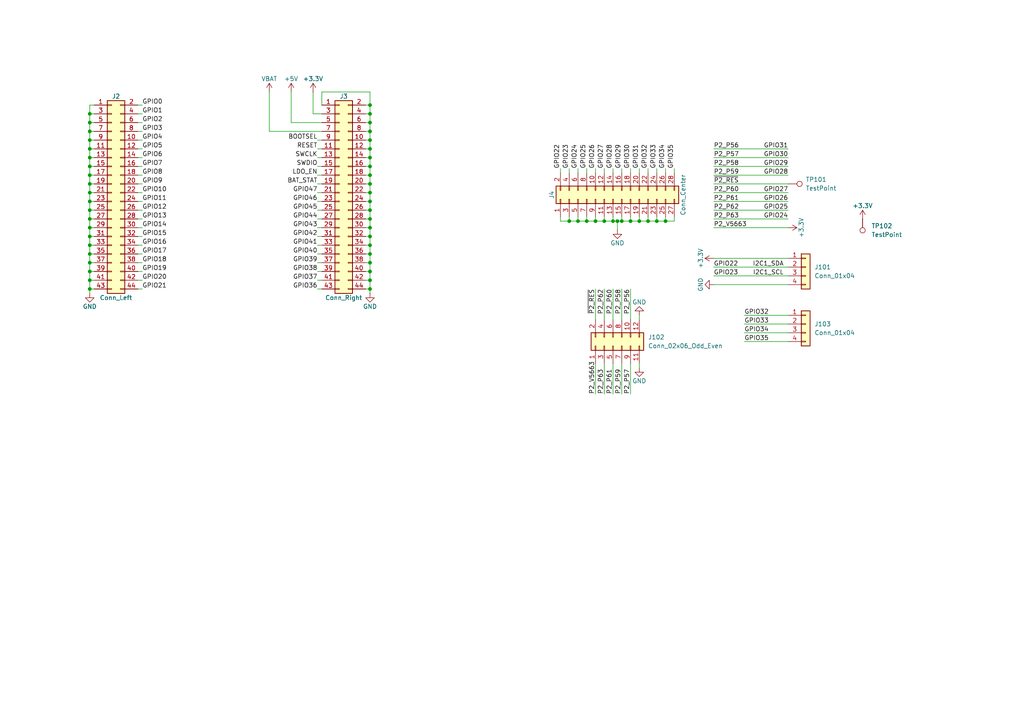
<source format=kicad_sch>
(kicad_sch (version 20250114) (generator "eeschema") (generator_version "9.0")
  (paper "A4")
  (lib_symbols
    (symbol "Connector:TestPoint" (pin_numbers (hide yes)) (pin_names (offset 0.762) (hide yes))
      (property "Reference" "TP" (at 0 6.858 0))
      (property "Value" "TestPoint" (at 0 5.08 0))
      (symbol "TestPoint_0_1"
        (circle (center 0 3.302) (radius 0.762))
      )
      (symbol "TestPoint_1_1"
        (pin passive line (at 0 0 90) (length 2.54) (name "1") (number "1"))
      )
    )
    (symbol "Connector_Generic:Conn_01x04" (pin_names (offset 1.016) (hide yes))
      (property "Reference" "J" (at 0 5.08 0))
      (property "Value" "Conn_01x04" (at 0 -7.62 0))
      (symbol "Conn_01x04_1_1"
        (rectangle (start -1.27 3.81) (end 1.27 -6.35) (stroke (width 0.254)) (fill (type background)))
        (rectangle (start -1.27 2.667) (end 0 2.413) (stroke (width 0.1524)))
        (rectangle (start -1.27 0.127) (end 0 -0.127) (stroke (width 0.1524)))
        (rectangle (start -1.27 -2.413) (end 0 -2.667) (stroke (width 0.1524)))
        (rectangle (start -1.27 -4.953) (end 0 -5.207) (stroke (width 0.1524)))
        (pin passive line (at -5.08 2.54 0) (length 3.81) (name "Pin_1") (number "1"))
        (pin passive line (at -5.08 0 0) (length 3.81) (name "Pin_2") (number "2"))
        (pin passive line (at -5.08 -2.54 0) (length 3.81) (name "Pin_3") (number "3"))
        (pin passive line (at -5.08 -5.08 0) (length 3.81) (name "Pin_4") (number "4"))
      )
    )
    (symbol "Connector_Generic:Conn_02x06_Odd_Even" (pin_names (offset 1.016) (hide yes))
      (property "Reference" "J" (at 1.27 7.62 0))
      (property "Value" "Conn_02x06_Odd_Even" (at 1.27 -10.16 0))
      (symbol "Conn_02x06_Odd_Even_1_1"
        (rectangle (start -1.27 6.35) (end 3.81 -8.89) (stroke (width 0.254)) (fill (type background)))
        (rectangle (start -1.27 5.207) (end 0 4.953) (stroke (width 0.1524)))
        (rectangle (start -1.27 2.667) (end 0 2.413) (stroke (width 0.1524)))
        (rectangle (start -1.27 0.127) (end 0 -0.127) (stroke (width 0.1524)))
        (rectangle (start -1.27 -2.413) (end 0 -2.667) (stroke (width 0.1524)))
        (rectangle (start -1.27 -4.953) (end 0 -5.207) (stroke (width 0.1524)))
        (rectangle (start -1.27 -7.493) (end 0 -7.747) (stroke (width 0.1524)))
        (rectangle (start 3.81 5.207) (end 2.54 4.953) (stroke (width 0.1524)))
        (rectangle (start 3.81 2.667) (end 2.54 2.413) (stroke (width 0.1524)))
        (rectangle (start 3.81 0.127) (end 2.54 -0.127) (stroke (width 0.1524)))
        (rectangle (start 3.81 -2.413) (end 2.54 -2.667) (stroke (width 0.1524)))
        (rectangle (start 3.81 -4.953) (end 2.54 -5.207) (stroke (width 0.1524)))
        (rectangle (start 3.81 -7.493) (end 2.54 -7.747) (stroke (width 0.1524)))
        (pin passive line (at -5.08 5.08 0) (length 3.81) (name "Pin_1") (number "1"))
        (pin passive line (at -5.08 2.54 0) (length 3.81) (name "Pin_3") (number "3"))
        (pin passive line (at -5.08 0 0) (length 3.81) (name "Pin_5") (number "5"))
        (pin passive line (at -5.08 -2.54 0) (length 3.81) (name "Pin_7") (number "7"))
        (pin passive line (at -5.08 -5.08 0) (length 3.81) (name "Pin_9") (number "9"))
        (pin passive line (at -5.08 -7.62 0) (length 3.81) (name "Pin_11") (number "11"))
        (pin passive line (at 7.62 5.08 180) (length 3.81) (name "Pin_2") (number "2"))
        (pin passive line (at 7.62 2.54 180) (length 3.81) (name "Pin_4") (number "4"))
        (pin passive line (at 7.62 0 180) (length 3.81) (name "Pin_6") (number "6"))
        (pin passive line (at 7.62 -2.54 180) (length 3.81) (name "Pin_8") (number "8"))
        (pin passive line (at 7.62 -5.08 180) (length 3.81) (name "Pin_10") (number "10"))
        (pin passive line (at 7.62 -7.62 180) (length 3.81) (name "Pin_12") (number "12"))
      )
    )
    (symbol "Connector_Generic:Conn_02x14_Odd_Even" (pin_names (offset 1.016) (hide yes))
      (property "Reference" "J" (at 1.27 17.78 0))
      (property "Value" "Conn_02x14_Odd_Even" (at 1.27 -20.32 0))
      (symbol "Conn_02x14_Odd_Even_1_1"
        (rectangle (start -1.27 16.51) (end 3.81 -19.05) (stroke (width 0.254)) (fill (type background)))
        (rectangle (start -1.27 15.367) (end 0 15.113) (stroke (width 0.1524)))
        (rectangle (start -1.27 12.827) (end 0 12.573) (stroke (width 0.1524)))
        (rectangle (start -1.27 10.287) (end 0 10.033) (stroke (width 0.1524)))
        (rectangle (start -1.27 7.747) (end 0 7.493) (stroke (width 0.1524)))
        (rectangle (start -1.27 5.207) (end 0 4.953) (stroke (width 0.1524)))
        (rectangle (start -1.27 2.667) (end 0 2.413) (stroke (width 0.1524)))
        (rectangle (start -1.27 0.127) (end 0 -0.127) (stroke (width 0.1524)))
        (rectangle (start -1.27 -2.413) (end 0 -2.667) (stroke (width 0.1524)))
        (rectangle (start -1.27 -4.953) (end 0 -5.207) (stroke (width 0.1524)))
        (rectangle (start -1.27 -7.493) (end 0 -7.747) (stroke (width 0.1524)))
        (rectangle (start -1.27 -10.033) (end 0 -10.287) (stroke (width 0.1524)))
        (rectangle (start -1.27 -12.573) (end 0 -12.827) (stroke (width 0.1524)))
        (rectangle (start -1.27 -15.113) (end 0 -15.367) (stroke (width 0.1524)))
        (rectangle (start -1.27 -17.653) (end 0 -17.907) (stroke (width 0.1524)))
        (rectangle (start 3.81 15.367) (end 2.54 15.113) (stroke (width 0.1524)))
        (rectangle (start 3.81 12.827) (end 2.54 12.573) (stroke (width 0.1524)))
        (rectangle (start 3.81 10.287) (end 2.54 10.033) (stroke (width 0.1524)))
        (rectangle (start 3.81 7.747) (end 2.54 7.493) (stroke (width 0.1524)))
        (rectangle (start 3.81 5.207) (end 2.54 4.953) (stroke (width 0.1524)))
        (rectangle (start 3.81 2.667) (end 2.54 2.413) (stroke (width 0.1524)))
        (rectangle (start 3.81 0.127) (end 2.54 -0.127) (stroke (width 0.1524)))
        (rectangle (start 3.81 -2.413) (end 2.54 -2.667) (stroke (width 0.1524)))
        (rectangle (start 3.81 -4.953) (end 2.54 -5.207) (stroke (width 0.1524)))
        (rectangle (start 3.81 -7.493) (end 2.54 -7.747) (stroke (width 0.1524)))
        (rectangle (start 3.81 -10.033) (end 2.54 -10.287) (stroke (width 0.1524)))
        (rectangle (start 3.81 -12.573) (end 2.54 -12.827) (stroke (width 0.1524)))
        (rectangle (start 3.81 -15.113) (end 2.54 -15.367) (stroke (width 0.1524)))
        (rectangle (start 3.81 -17.653) (end 2.54 -17.907) (stroke (width 0.1524)))
        (pin passive line (at -5.08 15.24 0) (length 3.81) (name "Pin_1") (number "1"))
        (pin passive line (at -5.08 12.7 0) (length 3.81) (name "Pin_3") (number "3"))
        (pin passive line (at -5.08 10.16 0) (length 3.81) (name "Pin_5") (number "5"))
        (pin passive line (at -5.08 7.62 0) (length 3.81) (name "Pin_7") (number "7"))
        (pin passive line (at -5.08 5.08 0) (length 3.81) (name "Pin_9") (number "9"))
        (pin passive line (at -5.08 2.54 0) (length 3.81) (name "Pin_11") (number "11"))
        (pin passive line (at -5.08 0 0) (length 3.81) (name "Pin_13") (number "13"))
        (pin passive line (at -5.08 -2.54 0) (length 3.81) (name "Pin_15") (number "15"))
        (pin passive line (at -5.08 -5.08 0) (length 3.81) (name "Pin_17") (number "17"))
        (pin passive line (at -5.08 -7.62 0) (length 3.81) (name "Pin_19") (number "19"))
        (pin passive line (at -5.08 -10.16 0) (length 3.81) (name "Pin_21") (number "21"))
        (pin passive line (at -5.08 -12.7 0) (length 3.81) (name "Pin_23") (number "23"))
        (pin passive line (at -5.08 -15.24 0) (length 3.81) (name "Pin_25") (number "25"))
        (pin passive line (at -5.08 -17.78 0) (length 3.81) (name "Pin_27") (number "27"))
        (pin passive line (at 7.62 15.24 180) (length 3.81) (name "Pin_2") (number "2"))
        (pin passive line (at 7.62 12.7 180) (length 3.81) (name "Pin_4") (number "4"))
        (pin passive line (at 7.62 10.16 180) (length 3.81) (name "Pin_6") (number "6"))
        (pin passive line (at 7.62 7.62 180) (length 3.81) (name "Pin_8") (number "8"))
        (pin passive line (at 7.62 5.08 180) (length 3.81) (name "Pin_10") (number "10"))
        (pin passive line (at 7.62 2.54 180) (length 3.81) (name "Pin_12") (number "12"))
        (pin passive line (at 7.62 0 180) (length 3.81) (name "Pin_14") (number "14"))
        (pin passive line (at 7.62 -2.54 180) (length 3.81) (name "Pin_16") (number "16"))
        (pin passive line (at 7.62 -5.08 180) (length 3.81) (name "Pin_18") (number "18"))
        (pin passive line (at 7.62 -7.62 180) (length 3.81) (name "Pin_20") (number "20"))
        (pin passive line (at 7.62 -10.16 180) (length 3.81) (name "Pin_22") (number "22"))
        (pin passive line (at 7.62 -12.7 180) (length 3.81) (name "Pin_24") (number "24"))
        (pin passive line (at 7.62 -15.24 180) (length 3.81) (name "Pin_26") (number "26"))
        (pin passive line (at 7.62 -17.78 180) (length 3.81) (name "Pin_28") (number "28"))
      )
    )
    (symbol "Connector_Generic:Conn_02x22_Odd_Even" (pin_names (offset 1.016) (hide yes))
      (property "Reference" "J" (at 1.27 27.94 0))
      (property "Value" "Conn_02x22_Odd_Even" (at 1.27 -30.48 0))
      (symbol "Conn_02x22_Odd_Even_1_1"
        (rectangle (start -1.27 26.67) (end 3.81 -29.21) (stroke (width 0.254)) (fill (type background)))
        (rectangle (start -1.27 25.527) (end 0 25.273) (stroke (width 0.1524)))
        (rectangle (start -1.27 22.987) (end 0 22.733) (stroke (width 0.1524)))
        (rectangle (start -1.27 20.447) (end 0 20.193) (stroke (width 0.1524)))
        (rectangle (start -1.27 17.907) (end 0 17.653) (stroke (width 0.1524)))
        (rectangle (start -1.27 15.367) (end 0 15.113) (stroke (width 0.1524)))
        (rectangle (start -1.27 12.827) (end 0 12.573) (stroke (width 0.1524)))
        (rectangle (start -1.27 10.287) (end 0 10.033) (stroke (width 0.1524)))
        (rectangle (start -1.27 7.747) (end 0 7.493) (stroke (width 0.1524)))
        (rectangle (start -1.27 5.207) (end 0 4.953) (stroke (width 0.1524)))
        (rectangle (start -1.27 2.667) (end 0 2.413) (stroke (width 0.1524)))
        (rectangle (start -1.27 0.127) (end 0 -0.127) (stroke (width 0.1524)))
        (rectangle (start -1.27 -2.413) (end 0 -2.667) (stroke (width 0.1524)))
        (rectangle (start -1.27 -4.953) (end 0 -5.207) (stroke (width 0.1524)))
        (rectangle (start -1.27 -7.493) (end 0 -7.747) (stroke (width 0.1524)))
        (rectangle (start -1.27 -10.033) (end 0 -10.287) (stroke (width 0.1524)))
        (rectangle (start -1.27 -12.573) (end 0 -12.827) (stroke (width 0.1524)))
        (rectangle (start -1.27 -15.113) (end 0 -15.367) (stroke (width 0.1524)))
        (rectangle (start -1.27 -17.653) (end 0 -17.907) (stroke (width 0.1524)))
        (rectangle (start -1.27 -20.193) (end 0 -20.447) (stroke (width 0.1524)))
        (rectangle (start -1.27 -22.733) (end 0 -22.987) (stroke (width 0.1524)))
        (rectangle (start -1.27 -25.273) (end 0 -25.527) (stroke (width 0.1524)))
        (rectangle (start -1.27 -27.813) (end 0 -28.067) (stroke (width 0.1524)))
        (rectangle (start 3.81 25.527) (end 2.54 25.273) (stroke (width 0.1524)))
        (rectangle (start 3.81 22.987) (end 2.54 22.733) (stroke (width 0.1524)))
        (rectangle (start 3.81 20.447) (end 2.54 20.193) (stroke (width 0.1524)))
        (rectangle (start 3.81 17.907) (end 2.54 17.653) (stroke (width 0.1524)))
        (rectangle (start 3.81 15.367) (end 2.54 15.113) (stroke (width 0.1524)))
        (rectangle (start 3.81 12.827) (end 2.54 12.573) (stroke (width 0.1524)))
        (rectangle (start 3.81 10.287) (end 2.54 10.033) (stroke (width 0.1524)))
        (rectangle (start 3.81 7.747) (end 2.54 7.493) (stroke (width 0.1524)))
        (rectangle (start 3.81 5.207) (end 2.54 4.953) (stroke (width 0.1524)))
        (rectangle (start 3.81 2.667) (end 2.54 2.413) (stroke (width 0.1524)))
        (rectangle (start 3.81 0.127) (end 2.54 -0.127) (stroke (width 0.1524)))
        (rectangle (start 3.81 -2.413) (end 2.54 -2.667) (stroke (width 0.1524)))
        (rectangle (start 3.81 -4.953) (end 2.54 -5.207) (stroke (width 0.1524)))
        (rectangle (start 3.81 -7.493) (end 2.54 -7.747) (stroke (width 0.1524)))
        (rectangle (start 3.81 -10.033) (end 2.54 -10.287) (stroke (width 0.1524)))
        (rectangle (start 3.81 -12.573) (end 2.54 -12.827) (stroke (width 0.1524)))
        (rectangle (start 3.81 -15.113) (end 2.54 -15.367) (stroke (width 0.1524)))
        (rectangle (start 3.81 -17.653) (end 2.54 -17.907) (stroke (width 0.1524)))
        (rectangle (start 3.81 -20.193) (end 2.54 -20.447) (stroke (width 0.1524)))
        (rectangle (start 3.81 -22.733) (end 2.54 -22.987) (stroke (width 0.1524)))
        (rectangle (start 3.81 -25.273) (end 2.54 -25.527) (stroke (width 0.1524)))
        (rectangle (start 3.81 -27.813) (end 2.54 -28.067) (stroke (width 0.1524)))
        (pin passive line (at -5.08 25.4 0) (length 3.81) (name "Pin_1") (number "1"))
        (pin passive line (at -5.08 22.86 0) (length 3.81) (name "Pin_3") (number "3"))
        (pin passive line (at -5.08 20.32 0) (length 3.81) (name "Pin_5") (number "5"))
        (pin passive line (at -5.08 17.78 0) (length 3.81) (name "Pin_7") (number "7"))
        (pin passive line (at -5.08 15.24 0) (length 3.81) (name "Pin_9") (number "9"))
        (pin passive line (at -5.08 12.7 0) (length 3.81) (name "Pin_11") (number "11"))
        (pin passive line (at -5.08 10.16 0) (length 3.81) (name "Pin_13") (number "13"))
        (pin passive line (at -5.08 7.62 0) (length 3.81) (name "Pin_15") (number "15"))
        (pin passive line (at -5.08 5.08 0) (length 3.81) (name "Pin_17") (number "17"))
        (pin passive line (at -5.08 2.54 0) (length 3.81) (name "Pin_19") (number "19"))
        (pin passive line (at -5.08 0 0) (length 3.81) (name "Pin_21") (number "21"))
        (pin passive line (at -5.08 -2.54 0) (length 3.81) (name "Pin_23") (number "23"))
        (pin passive line (at -5.08 -5.08 0) (length 3.81) (name "Pin_25") (number "25"))
        (pin passive line (at -5.08 -7.62 0) (length 3.81) (name "Pin_27") (number "27"))
        (pin passive line (at -5.08 -10.16 0) (length 3.81) (name "Pin_29") (number "29"))
        (pin passive line (at -5.08 -12.7 0) (length 3.81) (name "Pin_31") (number "31"))
        (pin passive line (at -5.08 -15.24 0) (length 3.81) (name "Pin_33") (number "33"))
        (pin passive line (at -5.08 -17.78 0) (length 3.81) (name "Pin_35") (number "35"))
        (pin passive line (at -5.08 -20.32 0) (length 3.81) (name "Pin_37") (number "37"))
        (pin passive line (at -5.08 -22.86 0) (length 3.81) (name "Pin_39") (number "39"))
        (pin passive line (at -5.08 -25.4 0) (length 3.81) (name "Pin_41") (number "41"))
        (pin passive line (at -5.08 -27.94 0) (length 3.81) (name "Pin_43") (number "43"))
        (pin passive line (at 7.62 25.4 180) (length 3.81) (name "Pin_2") (number "2"))
        (pin passive line (at 7.62 22.86 180) (length 3.81) (name "Pin_4") (number "4"))
        (pin passive line (at 7.62 20.32 180) (length 3.81) (name "Pin_6") (number "6"))
        (pin passive line (at 7.62 17.78 180) (length 3.81) (name "Pin_8") (number "8"))
        (pin passive line (at 7.62 15.24 180) (length 3.81) (name "Pin_10") (number "10"))
        (pin passive line (at 7.62 12.7 180) (length 3.81) (name "Pin_12") (number "12"))
        (pin passive line (at 7.62 10.16 180) (length 3.81) (name "Pin_14") (number "14"))
        (pin passive line (at 7.62 7.62 180) (length 3.81) (name "Pin_16") (number "16"))
        (pin passive line (at 7.62 5.08 180) (length 3.81) (name "Pin_18") (number "18"))
        (pin passive line (at 7.62 2.54 180) (length 3.81) (name "Pin_20") (number "20"))
        (pin passive line (at 7.62 0 180) (length 3.81) (name "Pin_22") (number "22"))
        (pin passive line (at 7.62 -2.54 180) (length 3.81) (name "Pin_24") (number "24"))
        (pin passive line (at 7.62 -5.08 180) (length 3.81) (name "Pin_26") (number "26"))
        (pin passive line (at 7.62 -7.62 180) (length 3.81) (name "Pin_28") (number "28"))
        (pin passive line (at 7.62 -10.16 180) (length 3.81) (name "Pin_30") (number "30"))
        (pin passive line (at 7.62 -12.7 180) (length 3.81) (name "Pin_32") (number "32"))
        (pin passive line (at 7.62 -15.24 180) (length 3.81) (name "Pin_34") (number "34"))
        (pin passive line (at 7.62 -17.78 180) (length 3.81) (name "Pin_36") (number "36"))
        (pin passive line (at 7.62 -20.32 180) (length 3.81) (name "Pin_38") (number "38"))
        (pin passive line (at 7.62 -22.86 180) (length 3.81) (name "Pin_40") (number "40"))
        (pin passive line (at 7.62 -25.4 180) (length 3.81) (name "Pin_42") (number "42"))
        (pin passive line (at 7.62 -27.94 180) (length 3.81) (name "Pin_44") (number "44"))
      )
    )
    (symbol "power:+3.3V" (power) (pin_numbers (hide yes)) (pin_names (offset 0) (hide yes))
      (property "Value" "+3.3V" (at 0 3.556 0))
      (symbol "+3.3V_0_1"
        (polyline (pts (xy -0.762 1.27) (xy 0 2.54)))
        (polyline (pts (xy 0 2.54) (xy 0.762 1.27)))
        (polyline (pts (xy 0 0) (xy 0 2.54)))
      )
      (symbol "+3.3V_1_1"
        (pin power_in line (at 0 0 90) (length 0) (name "~") (number "1"))
      )
    )
    (symbol "power:+5V" (power) (pin_numbers (hide yes)) (pin_names (offset 0) (hide yes))
      (property "Value" "+5V" (at 0 3.556 0))
      (symbol "+5V_0_1"
        (polyline (pts (xy -0.762 1.27) (xy 0 2.54)))
        (polyline (pts (xy 0 2.54) (xy 0.762 1.27)))
        (polyline (pts (xy 0 0) (xy 0 2.54)))
      )
      (symbol "+5V_1_1"
        (pin power_in line (at 0 0 90) (length 0) (name "~") (number "1"))
      )
    )
    (symbol "power:+BATT" (power) (pin_numbers (hide yes)) (pin_names (offset 0) (hide yes))
      (property "Value" "+BATT" (at 0 3.556 0))
      (symbol "+BATT_0_1"
        (polyline (pts (xy -0.762 1.27) (xy 0 2.54)))
        (polyline (pts (xy 0 2.54) (xy 0.762 1.27)))
        (polyline (pts (xy 0 0) (xy 0 2.54)))
      )
      (symbol "+BATT_1_1"
        (pin power_in line (at 0 0 90) (length 0) (name "~") (number "1"))
      )
    )
    (symbol "power:GND" (power) (pin_numbers (hide yes)) (pin_names (offset 0) (hide yes))
      (property "Value" "GND" (at 0 -3.81 0))
      (symbol "GND_0_1"
        (polyline (pts (xy 0 0) (xy 0 -1.27) (xy 1.27 -1.27) (xy 0 -2.54) (xy -1.27 -1.27) (xy 0 -1.27)))
      )
      (symbol "GND_1_1"
        (pin power_in line (at 0 0 270) (length 0) (name "~") (number "1"))
      )
    )
  )
  (junction (at 107.315 45.72))
  (junction (at 107.315 63.5))
  (junction (at 175.26 64.135))
  (junction (at 172.72 64.135))
  (junction (at 185.42 64.135))
  (junction (at 26.035 81.28))
  (junction (at 107.315 60.96))
  (junction (at 107.315 35.56))
  (junction (at 26.035 33.02))
  (junction (at 26.035 50.8))
  (junction (at 107.315 30.48))
  (junction (at 26.035 48.26))
  (junction (at 167.64 64.135))
  (junction (at 26.035 63.5))
  (junction (at 26.035 76.2))
  (junction (at 26.035 53.34))
  (junction (at 107.315 78.74))
  (junction (at 190.5 64.135))
  (junction (at 107.315 40.64))
  (junction (at 26.035 38.1))
  (junction (at 107.315 58.42))
  (junction (at 107.315 53.34))
  (junction (at 165.1 64.135))
  (junction (at 26.035 60.96))
  (junction (at 26.035 66.04))
  (junction (at 107.315 81.28))
  (junction (at 170.18 64.135))
  (junction (at 179.07 64.135))
  (junction (at 107.315 66.04))
  (junction (at 182.88 64.135))
  (junction (at 107.315 83.82))
  (junction (at 107.315 50.8))
  (junction (at 26.035 68.58))
  (junction (at 107.315 71.12))
  (junction (at 26.035 43.18))
  (junction (at 26.035 71.12))
  (junction (at 107.315 48.26))
  (junction (at 107.315 73.66))
  (junction (at 107.315 55.88))
  (junction (at 107.315 76.2))
  (junction (at 107.315 38.1))
  (junction (at 26.035 73.66))
  (junction (at 26.035 83.82))
  (junction (at 26.035 55.88))
  (junction (at 177.8 64.135))
  (junction (at 180.34 64.135))
  (junction (at 107.315 43.18))
  (junction (at 187.96 64.135))
  (junction (at 26.035 78.74))
  (junction (at 107.315 33.02))
  (junction (at 107.315 68.58))
  (junction (at 26.035 40.64))
  (junction (at 26.035 45.72))
  (junction (at 193.04 64.135))
  (junction (at 26.035 58.42))
  (junction (at 26.035 35.56))
  (wire (pts (xy 107.315 58.42) (xy 107.315 60.96)))
  (wire (pts (xy 107.315 48.26) (xy 107.315 50.8)))
  (wire (pts (xy 177.8 48.895) (xy 177.8 50.165)))
  (wire (pts (xy 106.045 76.2) (xy 107.315 76.2)))
  (wire (pts (xy 106.045 60.96) (xy 107.315 60.96)))
  (wire (pts (xy 107.315 76.2) (xy 107.315 78.74)))
  (wire (pts (xy 84.455 35.56) (xy 93.345 35.56)))
  (wire (pts (xy 26.035 40.64) (xy 27.305 40.64)))
  (wire (pts (xy 175.26 48.895) (xy 175.26 50.165)))
  (wire (pts (xy 40.005 50.8) (xy 41.275 50.8)))
  (wire (pts (xy 106.045 45.72) (xy 107.315 45.72)))
  (wire (pts (xy 92.075 68.58) (xy 93.345 68.58)))
  (wire (pts (xy 106.045 50.8) (xy 107.315 50.8)))
  (wire (pts (xy 179.07 64.135) (xy 180.34 64.135)))
  (wire (pts (xy 106.045 48.26) (xy 107.315 48.26)))
  (wire (pts (xy 185.42 105.41) (xy 185.42 106.68)))
  (wire (pts (xy 26.035 53.34) (xy 27.305 53.34)))
  (wire (pts (xy 26.035 50.8) (xy 27.305 50.8)))
  (wire (pts (xy 177.8 64.135) (xy 179.07 64.135)))
  (wire (pts (xy 92.075 76.2) (xy 93.345 76.2)))
  (wire (pts (xy 92.075 71.12) (xy 93.345 71.12)))
  (wire (pts (xy 162.56 62.865) (xy 162.56 64.135)))
  (wire (pts (xy 26.035 33.02) (xy 26.035 35.56)))
  (wire (pts (xy 26.035 35.56) (xy 26.035 38.1)))
  (wire (pts (xy 92.075 43.18) (xy 93.345 43.18)))
  (wire (pts (xy 106.045 53.34) (xy 107.315 53.34)))
  (wire (pts (xy 180.34 105.41) (xy 180.34 114.3)))
  (wire (pts (xy 106.045 73.66) (xy 107.315 73.66)))
  (wire (pts (xy 175.26 105.41) (xy 175.26 114.3)))
  (wire (pts (xy 107.315 60.96) (xy 107.315 63.5)))
  (wire (pts (xy 92.075 83.82) (xy 93.345 83.82)))
  (wire (pts (xy 26.035 73.66) (xy 27.305 73.66)))
  (wire (pts (xy 207.01 66.04) (xy 228.6 66.04)))
  (wire (pts (xy 26.035 66.04) (xy 27.305 66.04)))
  (wire (pts (xy 187.96 62.865) (xy 187.96 64.135)))
  (wire (pts (xy 107.315 81.28) (xy 107.315 83.82)))
  (wire (pts (xy 207.01 74.93) (xy 228.6 74.93)))
  (wire (pts (xy 215.9 96.52) (xy 228.6 96.52)))
  (wire (pts (xy 26.035 71.12) (xy 27.305 71.12)))
  (wire (pts (xy 40.005 40.64) (xy 41.275 40.64)))
  (wire (pts (xy 182.88 83.82) (xy 182.88 92.71)))
  (wire (pts (xy 190.5 62.865) (xy 190.5 64.135)))
  (wire (pts (xy 92.075 55.88) (xy 93.345 55.88)))
  (wire (pts (xy 92.075 45.72) (xy 93.345 45.72)))
  (wire (pts (xy 180.34 64.135) (xy 182.88 64.135)))
  (wire (pts (xy 26.035 78.74) (xy 26.035 81.28)))
  (wire (pts (xy 180.34 48.895) (xy 180.34 50.165)))
  (wire (pts (xy 185.42 64.135) (xy 187.96 64.135)))
  (wire (pts (xy 92.075 53.34) (xy 93.345 53.34)))
  (wire (pts (xy 107.315 38.1) (xy 107.315 40.64)))
  (wire (pts (xy 207.01 58.42) (xy 228.6 58.42)))
  (wire (pts (xy 26.035 68.58) (xy 27.305 68.58)))
  (wire (pts (xy 107.315 83.82) (xy 107.315 85.09)))
  (wire (pts (xy 177.8 105.41) (xy 177.8 114.3)))
  (wire (pts (xy 26.035 38.1) (xy 26.035 40.64)))
  (wire (pts (xy 26.035 40.64) (xy 26.035 43.18)))
  (wire (pts (xy 26.035 83.82) (xy 26.035 85.09)))
  (wire (pts (xy 106.045 83.82) (xy 107.315 83.82)))
  (wire (pts (xy 207.01 45.72) (xy 228.6 45.72)))
  (wire (pts (xy 40.005 83.82) (xy 41.275 83.82)))
  (wire (pts (xy 107.315 35.56) (xy 107.315 38.1)))
  (wire (pts (xy 177.8 83.82) (xy 177.8 92.71)))
  (wire (pts (xy 26.035 58.42) (xy 27.305 58.42)))
  (wire (pts (xy 26.035 81.28) (xy 27.305 81.28)))
  (wire (pts (xy 172.72 64.135) (xy 175.26 64.135)))
  (wire (pts (xy 165.1 62.865) (xy 165.1 64.135)))
  (wire (pts (xy 26.035 33.02) (xy 27.305 33.02)))
  (wire (pts (xy 107.315 53.34) (xy 107.315 55.88)))
  (wire (pts (xy 172.72 83.82) (xy 172.72 92.71)))
  (wire (pts (xy 207.01 82.55) (xy 228.6 82.55)))
  (wire (pts (xy 193.04 48.895) (xy 193.04 50.165)))
  (wire (pts (xy 26.035 35.56) (xy 27.305 35.56)))
  (wire (pts (xy 172.72 48.895) (xy 172.72 50.165)))
  (wire (pts (xy 26.035 43.18) (xy 27.305 43.18)))
  (wire (pts (xy 92.075 58.42) (xy 93.345 58.42)))
  (wire (pts (xy 107.315 63.5) (xy 107.315 66.04)))
  (wire (pts (xy 40.005 63.5) (xy 41.275 63.5)))
  (wire (pts (xy 78.105 38.1) (xy 93.345 38.1)))
  (wire (pts (xy 170.18 62.865) (xy 170.18 64.135)))
  (wire (pts (xy 40.005 60.96) (xy 41.275 60.96)))
  (wire (pts (xy 187.96 48.895) (xy 187.96 50.165)))
  (wire (pts (xy 106.045 30.48) (xy 107.315 30.48)))
  (wire (pts (xy 107.315 78.74) (xy 107.315 81.28)))
  (wire (pts (xy 26.035 76.2) (xy 27.305 76.2)))
  (wire (pts (xy 170.18 64.135) (xy 172.72 64.135)))
  (wire (pts (xy 40.005 38.1) (xy 41.275 38.1)))
  (wire (pts (xy 78.105 26.67) (xy 78.105 38.1)))
  (wire (pts (xy 40.005 30.48) (xy 41.275 30.48)))
  (wire (pts (xy 106.045 43.18) (xy 107.315 43.18)))
  (wire (pts (xy 185.42 62.865) (xy 185.42 64.135)))
  (wire (pts (xy 26.035 68.58) (xy 26.035 71.12)))
  (wire (pts (xy 40.005 35.56) (xy 41.275 35.56)))
  (wire (pts (xy 107.315 55.88) (xy 107.315 58.42)))
  (wire (pts (xy 106.045 78.74) (xy 107.315 78.74)))
  (wire (pts (xy 40.005 53.34) (xy 41.275 53.34)))
  (wire (pts (xy 182.88 105.41) (xy 182.88 114.3)))
  (wire (pts (xy 40.005 71.12) (xy 41.275 71.12)))
  (wire (pts (xy 190.5 48.895) (xy 190.5 50.165)))
  (wire (pts (xy 167.64 48.895) (xy 167.64 50.165)))
  (wire (pts (xy 92.075 60.96) (xy 93.345 60.96)))
  (wire (pts (xy 107.315 43.18) (xy 107.315 45.72)))
  (wire (pts (xy 26.035 48.26) (xy 26.035 50.8)))
  (wire (pts (xy 107.315 50.8) (xy 107.315 53.34)))
  (wire (pts (xy 162.56 64.135) (xy 165.1 64.135)))
  (wire (pts (xy 180.34 62.865) (xy 180.34 64.135)))
  (wire (pts (xy 182.88 48.895) (xy 182.88 50.165)))
  (wire (pts (xy 170.18 48.895) (xy 170.18 50.165)))
  (wire (pts (xy 207.01 43.18) (xy 228.6 43.18)))
  (wire (pts (xy 40.005 66.04) (xy 41.275 66.04)))
  (wire (pts (xy 26.035 63.5) (xy 26.035 66.04)))
  (wire (pts (xy 180.34 83.82) (xy 180.34 92.71)))
  (wire (pts (xy 162.56 48.895) (xy 162.56 50.165)))
  (wire (pts (xy 215.9 93.98) (xy 228.6 93.98)))
  (wire (pts (xy 40.005 33.02) (xy 41.275 33.02)))
  (wire (pts (xy 106.045 38.1) (xy 107.315 38.1)))
  (wire (pts (xy 26.035 30.48) (xy 26.035 33.02)))
  (wire (pts (xy 207.01 80.01) (xy 228.6 80.01)))
  (wire (pts (xy 40.005 68.58) (xy 41.275 68.58)))
  (wire (pts (xy 27.305 30.48) (xy 26.035 30.48)))
  (wire (pts (xy 26.035 55.88) (xy 26.035 58.42)))
  (wire (pts (xy 106.045 35.56) (xy 107.315 35.56)))
  (wire (pts (xy 190.5 64.135) (xy 193.04 64.135)))
  (wire (pts (xy 165.1 48.895) (xy 165.1 50.165)))
  (wire (pts (xy 90.805 33.02) (xy 93.345 33.02)))
  (wire (pts (xy 92.075 66.04) (xy 93.345 66.04)))
  (wire (pts (xy 93.345 26.67) (xy 107.315 26.67)))
  (wire (pts (xy 92.075 73.66) (xy 93.345 73.66)))
  (wire (pts (xy 26.035 55.88) (xy 27.305 55.88)))
  (wire (pts (xy 107.315 71.12) (xy 107.315 73.66)))
  (wire (pts (xy 182.88 62.865) (xy 182.88 64.135)))
  (wire (pts (xy 177.8 64.135) (xy 177.8 62.865)))
  (wire (pts (xy 207.01 77.47) (xy 228.6 77.47)))
  (wire (pts (xy 175.26 83.82) (xy 175.26 92.71)))
  (wire (pts (xy 207.01 50.8) (xy 228.6 50.8)))
  (wire (pts (xy 187.96 64.135) (xy 190.5 64.135)))
  (wire (pts (xy 26.035 83.82) (xy 27.305 83.82)))
  (wire (pts (xy 107.315 26.67) (xy 107.315 30.48)))
  (wire (pts (xy 92.075 81.28) (xy 93.345 81.28)))
  (wire (pts (xy 26.035 38.1) (xy 27.305 38.1)))
  (wire (pts (xy 215.9 91.44) (xy 228.6 91.44)))
  (wire (pts (xy 107.315 40.64) (xy 107.315 43.18)))
  (wire (pts (xy 207.01 53.34) (xy 228.6 53.34)))
  (wire (pts (xy 92.075 50.8) (xy 93.345 50.8)))
  (wire (pts (xy 172.72 62.865) (xy 172.72 64.135)))
  (wire (pts (xy 107.315 68.58) (xy 107.315 71.12)))
  (wire (pts (xy 182.88 64.135) (xy 185.42 64.135)))
  (wire (pts (xy 26.035 53.34) (xy 26.035 55.88)))
  (wire (pts (xy 167.64 62.865) (xy 167.64 64.135)))
  (wire (pts (xy 167.64 64.135) (xy 170.18 64.135)))
  (wire (pts (xy 107.315 45.72) (xy 107.315 48.26)))
  (wire (pts (xy 106.045 55.88) (xy 107.315 55.88)))
  (wire (pts (xy 165.1 64.135) (xy 167.64 64.135)))
  (wire (pts (xy 106.045 33.02) (xy 107.315 33.02)))
  (wire (pts (xy 92.075 40.64) (xy 93.345 40.64)))
  (wire (pts (xy 185.42 91.44) (xy 185.42 92.71)))
  (wire (pts (xy 172.72 105.41) (xy 172.72 114.3)))
  (wire (pts (xy 106.045 40.64) (xy 107.315 40.64)))
  (wire (pts (xy 92.075 48.26) (xy 93.345 48.26)))
  (wire (pts (xy 40.005 45.72) (xy 41.275 45.72)))
  (wire (pts (xy 107.315 33.02) (xy 107.315 35.56)))
  (wire (pts (xy 26.035 63.5) (xy 27.305 63.5)))
  (wire (pts (xy 40.005 81.28) (xy 41.275 81.28)))
  (wire (pts (xy 106.045 81.28) (xy 107.315 81.28)))
  (wire (pts (xy 26.035 73.66) (xy 26.035 76.2)))
  (wire (pts (xy 92.075 63.5) (xy 93.345 63.5)))
  (wire (pts (xy 106.045 63.5) (xy 107.315 63.5)))
  (wire (pts (xy 40.005 43.18) (xy 41.275 43.18)))
  (wire (pts (xy 193.04 64.135) (xy 195.58 64.135)))
  (wire (pts (xy 106.045 71.12) (xy 107.315 71.12)))
  (wire (pts (xy 26.035 45.72) (xy 27.305 45.72)))
  (wire (pts (xy 107.315 66.04) (xy 107.315 68.58)))
  (wire (pts (xy 207.01 55.88) (xy 228.6 55.88)))
  (wire (pts (xy 40.005 78.74) (xy 41.275 78.74)))
  (wire (pts (xy 106.045 68.58) (xy 107.315 68.58)))
  (wire (pts (xy 185.42 48.895) (xy 185.42 50.165)))
  (wire (pts (xy 26.035 60.96) (xy 26.035 63.5)))
  (wire (pts (xy 93.345 30.48) (xy 93.345 26.67)))
  (wire (pts (xy 26.035 71.12) (xy 26.035 73.66)))
  (wire (pts (xy 26.035 81.28) (xy 26.035 83.82)))
  (wire (pts (xy 193.04 62.865) (xy 193.04 64.135)))
  (wire (pts (xy 107.315 73.66) (xy 107.315 76.2)))
  (wire (pts (xy 40.005 76.2) (xy 41.275 76.2)))
  (wire (pts (xy 175.26 64.135) (xy 177.8 64.135)))
  (wire (pts (xy 40.005 58.42) (xy 41.275 58.42)))
  (wire (pts (xy 26.035 58.42) (xy 26.035 60.96)))
  (wire (pts (xy 215.9 99.06) (xy 228.6 99.06)))
  (wire (pts (xy 26.035 76.2) (xy 26.035 78.74)))
  (wire (pts (xy 90.805 26.67) (xy 90.805 33.02)))
  (wire (pts (xy 106.045 58.42) (xy 107.315 58.42)))
  (wire (pts (xy 106.045 66.04) (xy 107.315 66.04)))
  (wire (pts (xy 107.315 30.48) (xy 107.315 33.02)))
  (wire (pts (xy 26.035 60.96) (xy 27.305 60.96)))
  (wire (pts (xy 207.01 63.5) (xy 228.6 63.5)))
  (wire (pts (xy 26.035 48.26) (xy 27.305 48.26)))
  (wire (pts (xy 92.075 78.74) (xy 93.345 78.74)))
  (wire (pts (xy 175.26 62.865) (xy 175.26 64.135)))
  (wire (pts (xy 26.035 78.74) (xy 27.305 78.74)))
  (wire (pts (xy 195.58 64.135) (xy 195.58 62.865)))
  (wire (pts (xy 40.005 55.88) (xy 41.275 55.88)))
  (wire (pts (xy 207.01 60.96) (xy 228.6 60.96)))
  (wire (pts (xy 40.005 73.66) (xy 41.275 73.66)))
  (wire (pts (xy 84.455 26.67) (xy 84.455 35.56)))
  (wire (pts (xy 26.035 43.18) (xy 26.035 45.72)))
  (wire (pts (xy 207.01 48.26) (xy 228.6 48.26)))
  (wire (pts (xy 40.005 48.26) (xy 41.275 48.26)))
  (wire (pts (xy 179.07 64.135) (xy 179.07 66.675)))
  (wire (pts (xy 26.035 66.04) (xy 26.035 68.58)))
  (wire (pts (xy 26.035 45.72) (xy 26.035 48.26)))
  (wire (pts (xy 195.58 48.895) (xy 195.58 50.165)))
  (wire (pts (xy 26.035 50.8) (xy 26.035 53.34)))
  (label "GPIO25" (at 228.6 60.96 180))
  (label "GPIO10" (at 41.275 55.88 0))
  (label "GPIO24" (at 228.6 63.5 180))
  (label "BAT_STAT" (at 92.075 53.34 180))
  (label "P2_V5663" (at 207.01 66.04 0))
  (label "GPIO47" (at 92.075 55.88 180))
  (label "~{P2_RES}" (at 172.72 83.82 270))
  (label "GPIO41" (at 92.075 71.12 180))
  (label "GPIO7" (at 41.275 48.26 0))
  (label "GPIO46" (at 92.075 58.42 180))
  (label "P2_P57" (at 182.88 114.3 90))
  (label "P2_P61" (at 177.8 114.3 90))
  (label "GPIO45" (at 92.075 60.96 180))
  (label "GPIO27" (at 175.26 48.895 90))
  (label "GPIO5" (at 41.275 43.18 0))
  (label "GPIO30" (at 228.6 45.72 180))
  (label "P2_P62" (at 175.26 83.82 270))
  (label "GPIO9" (at 41.275 53.34 0))
  (label "GPIO0" (at 41.275 30.48 0))
  (label "GPIO6" (at 41.275 45.72 0))
  (label "GPIO36" (at 92.075 83.82 180))
  (label "LDO_EN" (at 92.075 50.8 180))
  (label "GPIO2" (at 41.275 35.56 0))
  (label "GPIO11" (at 41.275 58.42 0))
  (label "GPIO24" (at 167.64 48.895 90))
  (label "~{P2_RES}" (at 207.01 53.34 0))
  (label "P2_P63" (at 175.26 114.3 90))
  (label "GPIO22" (at 162.56 48.895 90))
  (label "GPIO16" (at 41.275 71.12 0))
  (label "GPIO21" (at 41.275 83.82 0))
  (label "GPIO43" (at 92.075 66.04 180))
  (label "RESET" (at 92.075 43.18 180))
  (label "BOOTSEL" (at 92.075 40.64 180))
  (label "GPIO22" (at 207.01 77.47 0))
  (label "P2_P58" (at 207.01 48.26 0))
  (label "I2C1_SCL" (at 227.33 80.01 180))
  (label "P2_P56" (at 207.01 43.18 0))
  (label "GPIO35" (at 215.9 99.06 0))
  (label "SWCLK" (at 92.075 45.72 180))
  (label "GPIO31" (at 185.42 48.895 90))
  (label "GPIO27" (at 228.6 55.88 180))
  (label "SWDIO" (at 92.075 48.26 180))
  (label "GPIO28" (at 228.6 50.8 180))
  (label "GPIO34" (at 193.04 48.895 90))
  (label "GPIO17" (at 41.275 73.66 0))
  (label "GPIO12" (at 41.275 60.96 0))
  (label "GPIO19" (at 41.275 78.74 0))
  (label "GPIO13" (at 41.275 63.5 0))
  (label "GPIO23" (at 165.1 48.895 90))
  (label "GPIO3" (at 41.275 38.1 0))
  (label "P2_P60" (at 207.01 55.88 0))
  (label "GPIO23" (at 207.01 80.01 0))
  (label "P2_V5663" (at 172.72 114.3 90))
  (label "GPIO37" (at 92.075 81.28 180))
  (label "GPIO31" (at 228.6 43.18 180))
  (label "GPIO4" (at 41.275 40.64 0))
  (label "GPIO20" (at 41.275 81.28 0))
  (label "P2_P62" (at 207.01 60.96 0))
  (label "GPIO32" (at 215.9 91.44 0))
  (label "GPIO38" (at 92.075 78.74 180))
  (label "GPIO28" (at 177.8 48.895 90))
  (label "GPIO44" (at 92.075 63.5 180))
  (label "P2_P57" (at 207.01 45.72 0))
  (label "GPIO25" (at 170.18 48.895 90))
  (label "P2_P61" (at 207.01 58.42 0))
  (label "GPIO14" (at 41.275 66.04 0))
  (label "GPIO8" (at 41.275 50.8 0))
  (label "GPIO18" (at 41.275 76.2 0))
  (label "GPIO39" (at 92.075 76.2 180))
  (label "P2_P59" (at 180.34 114.3 90))
  (label "P2_P63" (at 207.01 63.5 0))
  (label "GPIO26" (at 228.6 58.42 180))
  (label "P2_P58" (at 180.34 83.82 270))
  (label "GPIO32" (at 187.96 48.895 90))
  (label "GPIO26" (at 172.72 48.895 90))
  (label "GPIO33" (at 190.5 48.895 90))
  (label "GPIO33" (at 215.9 93.98 0))
  (label "GPIO30" (at 182.88 48.895 90))
  (label "GPIO29" (at 228.6 48.26 180))
  (label "GPIO34" (at 215.9 96.52 0))
  (label "GPIO35" (at 195.58 48.895 90))
  (label "GPIO40" (at 92.075 73.66 180))
  (label "GPIO15" (at 41.275 68.58 0))
  (label "P2_P59" (at 207.01 50.8 0))
  (label "P2_P56" (at 182.88 83.82 270))
  (label "I2C1_SDA" (at 227.33 77.47 180))
  (label "GPIO29" (at 180.34 48.895 90))
  (label "GPIO1" (at 41.275 33.02 0))
  (label "P2_P60" (at 177.8 83.82 270))
  (label "GPIO42" (at 92.075 68.58 180))
  (symbol (lib_id "power:GND") (at 179.07 66.675 0) (unit 1)
    (property "Reference" "#PWR014" (effects (hide yes)))
    (property "Value" "GND" (at 179.07 70.485 0))
    (property "Description" "Power symbol creates a global label with name \"GND\" , ground" (effects (hide yes)))
  )
  (symbol (lib_id "Connector_Generic:Conn_02x22_Odd_Even") (at 98.425 55.88 0) (unit 1)
    (property "Reference" "J3" (at 99.695 27.94 0))
    (property "Value" "Conn_Right" (at 99.695 86.36 0))
    (property "Footprint" "Connector_PinHeader_2.54mm:PinHeader_2x22_P2.54mm_Vertical" (effects (hide yes)))
    (property "Description" "Generic connector, double row, 02x22, odd/even pin numbering scheme (row 1 odd numbers, row 2 even numbers), script generated (kicad-library-utils/schlib/autogen/connector/)" (effects (hide yes)))
  )
  (symbol (lib_id "power:+3.3V") (at 207.01 74.93 90) (mirror x) (unit 1)
    (property "Reference" "#PWR0103" (effects (hide yes)))
    (property "Value" "+3.3V" (at 203.2 74.93 0))
    (property "Description" "Power symbol creates a global label with name \"+3.3V\"" (effects (hide yes)))
  )
  (symbol (lib_id "power:GND") (at 107.315 85.09 0) (unit 1)
    (property "Reference" "#PWR010" (effects (hide yes)))
    (property "Value" "GND" (at 107.315 88.9 0))
    (property "Description" "Power symbol creates a global label with name \"GND\" , ground" (effects (hide yes)))
  )
  (symbol (lib_id "power:+3.3V") (at 90.805 26.67 0) (mirror y) (unit 1)
    (property "Reference" "#PWR012" (effects (hide yes)))
    (property "Value" "+3.3V" (at 90.805 22.86 0))
    (property "Description" "Power symbol creates a global label with name \"+3.3V\"" (effects (hide yes)))
  )
  (symbol (lib_id "power:GND") (at 185.42 91.44 180) (unit 1)
    (property "Reference" "#PWR0101" (effects (hide yes)))
    (property "Value" "GND" (at 185.42 87.63 0))
    (property "Description" "Power symbol creates a global label with name \"GND\" , ground" (effects (hide yes)))
  )
  (symbol (lib_id "power:+3.3V") (at 250.19 63.5 0) (mirror y) (unit 1)
    (property "Reference" "#PWR0106" (effects (hide yes)))
    (property "Value" "+3.3V" (at 250.19 59.69 0))
    (property "Description" "Power symbol creates a global label with name \"+3.3V\"" (effects (hide yes)))
  )
  (symbol (lib_id "power:GND") (at 26.035 85.09 0) (unit 1)
    (property "Reference" "#PWR09" (effects (hide yes)))
    (property "Value" "GND" (at 26.035 88.9 0))
    (property "Description" "Power symbol creates a global label with name \"GND\" , ground" (effects (hide yes)))
  )
  (symbol (lib_id "Connector_Generic:Conn_02x14_Odd_Even") (at 177.8 57.785 90) (unit 1)
    (property "Reference" "J4" (at 160.02 56.515 0))
    (property "Value" "Conn_Center" (at 198.12 56.515 0))
    (property "Footprint" "Connector_PinHeader_2.54mm:PinHeader_2x14_P2.54mm_Vertical" (effects (hide yes)))
    (property "Description" "Generic connector, double row, 02x14, odd/even pin numbering scheme (row 1 odd numbers, row 2 even numbers), script generated (kicad-library-utils/schlib/autogen/connector/)" (effects (hide yes)))
  )
  (symbol (lib_id "Connector_Generic:Conn_02x06_Odd_Even") (at 177.8 100.33 90) (unit 1)
    (property "Reference" "J102" (at 187.96 97.7899 90) (effects (justify right)))
    (property "Value" "Conn_02x06_Odd_Even" (at 187.96 100.3299 90) (effects (justify right)))
    (property "Footprint" "Connector_PinHeader_2.54mm:PinHeader_2x06_P2.54mm_Vertical" (effects (hide yes)))
    (property "Description" "Generic connector, double row, 02x06, odd/even pin numbering scheme (row 1 odd numbers, row 2 even numbers), script generated (kicad-library-utils/schlib/autogen/connector/)" (effects (hide yes)))
  )
  (symbol (lib_id "Connector:TestPoint") (at 250.19 63.5 180) (unit 1)
    (property "Reference" "TP102" (at 252.73 65.5319 0) (effects (justify right)))
    (property "Value" "TestPoint" (at 252.73 68.0719 0) (effects (justify right)))
    (property "Footprint" "Connector_PinHeader_2.54mm:PinHeader_1x01_P2.54mm_Vertical" (effects (hide yes)))
    (property "Description" "test point" (effects (hide yes)))
  )
  (symbol (lib_id "Connector_Generic:Conn_01x04") (at 233.68 77.47 0) (unit 1)
    (property "Reference" "J101" (at 236.22 77.4699 0) (effects (justify left)))
    (property "Value" "Conn_01x04" (at 236.22 80.0099 0) (effects (justify left)))
    (property "Footprint" "Connector_PinSocket_2.54mm:PinSocket_1x04_P2.54mm_Horizontal" (effects (hide yes)))
    (property "Description" "Generic connector, single row, 01x04, script generated (kicad-library-utils/schlib/autogen/connector/)" (effects (hide yes)))
  )
  (symbol (lib_id "power:+5V") (at 84.455 26.67 0) (mirror y) (unit 1)
    (property "Reference" "#PWR013" (effects (hide yes)))
    (property "Value" "+5V" (at 84.455 22.86 0))
    (property "Description" "Power symbol creates a global label with name \"+5V\"" (effects (hide yes)))
  )
  (symbol (lib_id "Connector_Generic:Conn_01x04") (at 233.68 93.98 0) (unit 1)
    (property "Reference" "J103" (at 236.22 93.9799 0) (effects (justify left)))
    (property "Value" "Conn_01x04" (at 236.22 96.5199 0) (effects (justify left)))
    (property "Footprint" "Connector_PinSocket_2.54mm:PinSocket_1x04_P2.54mm_Horizontal" (effects (hide yes)))
    (property "Description" "Generic connector, single row, 01x04, script generated (kicad-library-utils/schlib/autogen/connector/)" (effects (hide yes)))
  )
  (symbol (lib_id "Connector:TestPoint") (at 228.6 53.34 270) (unit 1)
    (property "Reference" "TP101" (at 233.68 52.0699 90) (effects (justify left)))
    (property "Value" "TestPoint" (at 233.68 54.6099 90) (effects (justify left)))
    (property "Footprint" "Connector_PinHeader_2.54mm:PinHeader_1x01_P2.54mm_Vertical" (effects (hide yes)))
    (property "Description" "test point" (effects (hide yes)))
  )
  (symbol (lib_id "power:GND") (at 207.01 82.55 270) (unit 1)
    (property "Reference" "#PWR0104" (effects (hide yes)))
    (property "Value" "GND" (at 203.2 82.55 0))
    (property "Description" "Power symbol creates a global label with name \"GND\" , ground" (effects (hide yes)))
  )
  (symbol (lib_id "power:+3.3V") (at 228.6 66.04 270) (mirror x) (unit 1)
    (property "Reference" "#PWR0105" (effects (hide yes)))
    (property "Value" "+3.3V" (at 232.41 66.04 0))
    (property "Description" "Power symbol creates a global label with name \"+3.3V\"" (effects (hide yes)))
  )
  (symbol (lib_id "power:+BATT") (at 78.105 26.67 0) (mirror y) (unit 1)
    (property "Reference" "#PWR011" (effects (hide yes)))
    (property "Value" "VBAT" (at 78.105 22.86 0))
    (property "Description" "Power symbol creates a global label with name \"+BATT\"" (effects (hide yes)))
  )
  (symbol (lib_id "Connector_Generic:Conn_02x22_Odd_Even") (at 32.385 55.88 0) (unit 1)
    (property "Reference" "J2" (at 33.655 27.94 0))
    (property "Value" "Conn_Left" (at 33.655 86.36 0))
    (property "Footprint" "Connector_PinHeader_2.54mm:PinHeader_2x22_P2.54mm_Vertical" (effects (hide yes)))
    (property "Description" "Generic connector, double row, 02x22, odd/even pin numbering scheme (row 1 odd numbers, row 2 even numbers), script generated (kicad-library-utils/schlib/autogen/connector/)" (effects (hide yes)))
  )
  (symbol (lib_id "power:GND") (at 185.42 106.68 0) (unit 1)
    (property "Reference" "#PWR0102" (effects (hide yes)))
    (property "Value" "GND" (at 185.42 110.49 0))
    (property "Description" "Power symbol creates a global label with name \"GND\" , ground" (effects (hide yes)))
  )
)
</source>
